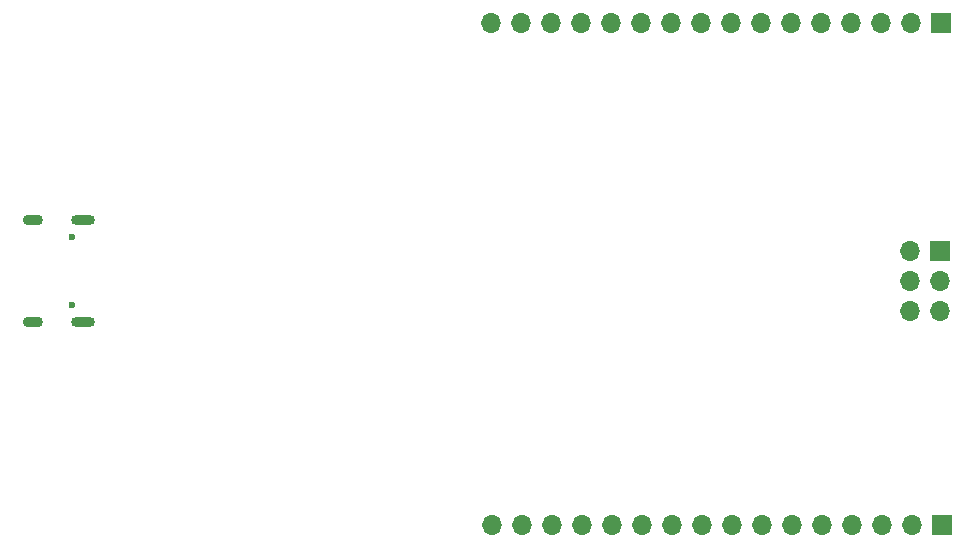
<source format=gbs>
%TF.GenerationSoftware,KiCad,Pcbnew,8.0.6*%
%TF.CreationDate,2025-04-05T02:38:06-04:00*%
%TF.ProjectId,intro_to_pcb,696e7472-6f5f-4746-9f5f-7063622e6b69,rev?*%
%TF.SameCoordinates,Original*%
%TF.FileFunction,Soldermask,Bot*%
%TF.FilePolarity,Negative*%
%FSLAX46Y46*%
G04 Gerber Fmt 4.6, Leading zero omitted, Abs format (unit mm)*
G04 Created by KiCad (PCBNEW 8.0.6) date 2025-04-05 02:38:06*
%MOMM*%
%LPD*%
G01*
G04 APERTURE LIST*
%ADD10O,1.700000X0.900000*%
%ADD11O,2.000000X0.900000*%
%ADD12C,0.600000*%
%ADD13R,1.700000X1.700000*%
%ADD14O,1.700000X1.700000*%
G04 APERTURE END LIST*
D10*
%TO.C,J1*%
X104260000Y-127320000D03*
D11*
X108430000Y-127320000D03*
D10*
X104260000Y-118680000D03*
D11*
X108430000Y-118680000D03*
D12*
X107500000Y-125890000D03*
X107500000Y-120110000D03*
%TD*%
D13*
%TO.C,J3*%
X181200000Y-144500000D03*
D14*
X178660000Y-144500000D03*
X176120000Y-144500000D03*
X173580000Y-144500000D03*
X171040000Y-144500000D03*
X168500000Y-144500000D03*
X165960000Y-144500000D03*
X163420000Y-144500000D03*
X160880000Y-144500000D03*
X158340000Y-144500000D03*
X155800000Y-144500000D03*
X153260000Y-144500000D03*
X150720000Y-144500000D03*
X148180000Y-144500000D03*
X145640000Y-144500000D03*
X143100000Y-144500000D03*
%TD*%
D13*
%TO.C,J4*%
X181000000Y-121275000D03*
D14*
X178460000Y-121275000D03*
X181000000Y-123815000D03*
X178460000Y-123815000D03*
X181000000Y-126355000D03*
X178460000Y-126355000D03*
%TD*%
D13*
%TO.C,J2*%
X181100000Y-102000000D03*
D14*
X178560000Y-102000000D03*
X176020000Y-102000000D03*
X173480000Y-102000000D03*
X170940000Y-102000000D03*
X168400000Y-102000000D03*
X165860000Y-102000000D03*
X163320000Y-102000000D03*
X160780000Y-102000000D03*
X158240000Y-102000000D03*
X155700000Y-102000000D03*
X153160000Y-102000000D03*
X150620000Y-102000000D03*
X148080000Y-102000000D03*
X145540000Y-102000000D03*
X143000000Y-102000000D03*
%TD*%
M02*

</source>
